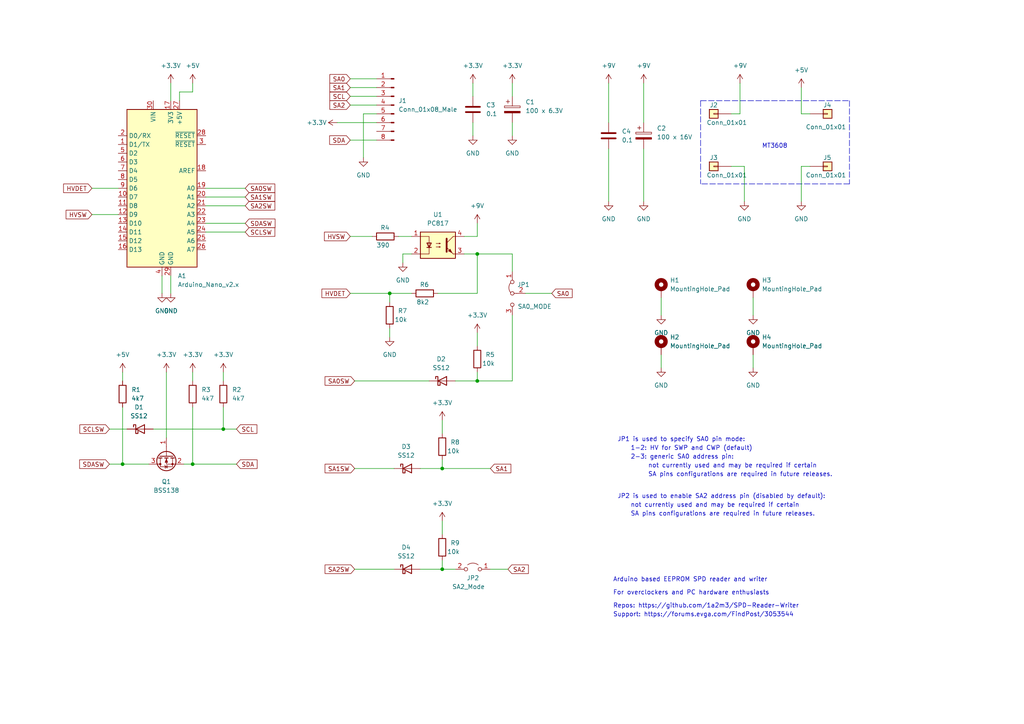
<source format=kicad_sch>
(kicad_sch (version 20211123) (generator eeschema)
  (paper "A4")
  (title_block (title "Arduino based EEPROM SPD reader and writer"))
  (lib_symbols
    (symbol "Conn_01x01_1" (pin_numbers hide) (pin_names (offset 1.016) hide)
      (property "Reference" "J" (at 0 2.54 0))
      (property "Value" "Conn_01x01_1" (at 0 -2.54 0))
      (symbol "Conn_01x01_1_1_1"
        (rectangle (start -1.27 0.127) (end 0 -0.127) (stroke (width 0.1524)))
        (rectangle (start -1.27 1.27) (end 1.27 -1.27) (stroke (width 0.254)) (fill (type background)))
        (pin passive line (at -5.08 0 0) (length 3.81) (name "Pin_1") (number "1"))
      )
    )
    (symbol "Conn_01x01_2" (pin_numbers hide) (pin_names (offset 1.016) hide)
      (property "Reference" "J" (at 0 2.54 0))
      (property "Value" "Conn_01x01_2" (at 0 -2.54 0))
      (symbol "Conn_01x01_2_1_1"
        (rectangle (start -1.27 0.127) (end 0 -0.127) (stroke (width 0.1524)))
        (rectangle (start -1.27 1.27) (end 1.27 -1.27) (stroke (width 0.254)) (fill (type background)))
        (pin passive line (at -5.08 0 0) (length 3.81) (name "Pin_1") (number "1"))
      )
    )
    (symbol "Conn_01x01_3" (pin_numbers hide) (pin_names (offset 1.016) hide)
      (property "Reference" "J" (at 0 2.54 0))
      (property "Value" "Conn_01x01_3" (at 0 -2.54 0))
      (symbol "Conn_01x01_3_1_1"
        (rectangle (start -1.27 0.127) (end 0 -0.127) (stroke (width 0.1524)))
        (rectangle (start -1.27 1.27) (end 1.27 -1.27) (stroke (width 0.254)) (fill (type background)))
        (pin passive line (at -5.08 0 0) (length 3.81) (name "Pin_1") (number "1"))
      )
    )
    (symbol "Connector:Conn_01x08_Male" (pin_names (offset 1.016) hide)
      (property "Reference" "J" (at 0 10.16 0))
      (property "Value" "Conn_01x08_Male" (at 0 -12.7 0))
      (symbol "Conn_01x08_Male_1_1"
        (polyline (pts (xy 1.27 -10.16) (xy 0.8636 -10.16)) (stroke (width 0.1524)))
        (polyline (pts (xy 1.27 -7.62) (xy 0.8636 -7.62)) (stroke (width 0.1524)))
        (polyline (pts (xy 1.27 -5.08) (xy 0.8636 -5.08)) (stroke (width 0.1524)))
        (polyline (pts (xy 1.27 -2.54) (xy 0.8636 -2.54)) (stroke (width 0.1524)))
        (polyline (pts (xy 1.27 0) (xy 0.8636 0)) (stroke (width 0.1524)))
        (polyline (pts (xy 1.27 2.54) (xy 0.8636 2.54)) (stroke (width 0.1524)))
        (polyline (pts (xy 1.27 5.08) (xy 0.8636 5.08)) (stroke (width 0.1524)))
        (polyline (pts (xy 1.27 7.62) (xy 0.8636 7.62)) (stroke (width 0.1524)))
        (rectangle (start 0.8636 -10.033) (end 0 -10.287) (stroke (width 0.1524)) (fill (type outline)))
        (rectangle (start 0.8636 -7.493) (end 0 -7.747) (stroke (width 0.1524)) (fill (type outline)))
        (rectangle (start 0.8636 -4.953) (end 0 -5.207) (stroke (width 0.1524)) (fill (type outline)))
        (rectangle (start 0.8636 -2.413) (end 0 -2.667) (stroke (width 0.1524)) (fill (type outline)))
        (rectangle (start 0.8636 0.127) (end 0 -0.127) (stroke (width 0.1524)) (fill (type outline)))
        (rectangle (start 0.8636 2.667) (end 0 2.413) (stroke (width 0.1524)) (fill (type outline)))
        (rectangle (start 0.8636 5.207) (end 0 4.953) (stroke (width 0.1524)) (fill (type outline)))
        (rectangle (start 0.8636 7.747) (end 0 7.493) (stroke (width 0.1524)) (fill (type outline)))
        (pin passive line (at 5.08 7.62 180) (length 3.81) (name "Pin_1") (number "1"))
        (pin passive line (at 5.08 5.08 180) (length 3.81) (name "Pin_2") (number "2"))
        (pin passive line (at 5.08 2.54 180) (length 3.81) (name "Pin_3") (number "3"))
        (pin passive line (at 5.08 0 180) (length 3.81) (name "Pin_4") (number "4"))
        (pin passive line (at 5.08 -2.54 180) (length 3.81) (name "Pin_5") (number "5"))
        (pin passive line (at 5.08 -5.08 180) (length 3.81) (name "Pin_6") (number "6"))
        (pin passive line (at 5.08 -7.62 180) (length 3.81) (name "Pin_7") (number "7"))
        (pin passive line (at 5.08 -10.16 180) (length 3.81) (name "Pin_8") (number "8"))
      )
    )
    (symbol "Connector_Generic:Conn_01x01" (pin_numbers hide) (pin_names (offset 1.016) hide)
      (property "Reference" "J" (at 0 2.54 0))
      (property "Value" "Conn_01x01" (at 0 -2.54 0))
      (symbol "Conn_01x01_1_1"
        (rectangle (start -1.27 0.127) (end 0 -0.127) (stroke (width 0.1524)))
        (rectangle (start -1.27 1.27) (end 1.27 -1.27) (stroke (width 0.254)) (fill (type background)))
        (pin passive line (at -5.08 0 0) (length 3.81) (name "Pin_1") (number "1"))
      )
    )
    (symbol "Device:C" (pin_numbers hide) (pin_names (offset 0.254))
      (property "Reference" "C" (at 0.635 2.54 0))
      (property "Value" "C" (at 0.635 -2.54 0))
      (symbol "C_0_1"
        (polyline (pts (xy -2.032 -0.762) (xy 2.032 -0.762)) (stroke (width 0.508)))
        (polyline (pts (xy -2.032 0.762) (xy 2.032 0.762)) (stroke (width 0.508)))
      )
      (symbol "C_1_1"
        (pin passive line (at 0 3.81 270) (length 2.794) (name "~") (number "1"))
        (pin passive line (at 0 -3.81 90) (length 2.794) (name "~") (number "2"))
      )
    )
    (symbol "Device:C_Polarized" (pin_numbers hide) (pin_names (offset 0.254))
      (property "Reference" "C" (at 0.635 2.54 0))
      (property "Value" "C_Polarized" (at 0.635 -2.54 0))
      (symbol "C_Polarized_0_1"
        (rectangle (start -2.286 0.508) (end 2.286 1.016))
        (polyline (pts (xy -1.778 2.286) (xy -0.762 2.286)))
        (polyline (pts (xy -1.27 2.794) (xy -1.27 1.778)))
        (rectangle (start 2.286 -0.508) (end -2.286 -1.016) (fill (type outline)))
      )
      (symbol "C_Polarized_1_1"
        (pin passive line (at 0 3.81 270) (length 2.794) (name "~") (number "1"))
        (pin passive line (at 0 -3.81 90) (length 2.794) (name "~") (number "2"))
      )
    )
    (symbol "Device:D_Schottky" (pin_numbers hide) (pin_names (offset 1.016) hide)
      (property "Reference" "D" (at 0 2.54 0))
      (property "Value" "D_Schottky" (at 0 -2.54 0))
      (symbol "D_Schottky_0_1"
        (polyline (pts (xy 1.27 0) (xy -1.27 0)))
        (polyline (pts (xy 1.27 1.27) (xy 1.27 -1.27) (xy -1.27 0) (xy 1.27 1.27)) (stroke (width 0.254)))
        (polyline (pts (xy -1.905 0.635) (xy -1.905 1.27) (xy -1.27 1.27) (xy -1.27 -1.27) (xy -0.635 -1.27) (xy -0.635 -0.635)) (stroke (width 0.254)))
      )
      (symbol "D_Schottky_1_1"
        (pin passive line (at -3.81 0 0) (length 2.54) (name "K") (number "1"))
        (pin passive line (at 3.81 0 180) (length 2.54) (name "A") (number "2"))
      )
    )
    (symbol "Device:R" (pin_numbers hide) (pin_names (offset 0))
      (property "Reference" "R" (at 2.032 0 90))
      (property "Value" "R" (at 0 0 90))
      (symbol "R_0_1"
        (rectangle (start -1.016 -2.54) (end 1.016 2.54) (stroke (width 0.254)))
      )
      (symbol "R_1_1"
        (pin passive line (at 0 3.81 270) (length 1.27) (name "~") (number "1"))
        (pin passive line (at 0 -3.81 90) (length 1.27) (name "~") (number "2"))
      )
    )
    (symbol "Isolator:PC817" (pin_names (offset 1.016))
      (property "Reference" "U" (at -5.08 5.08 0))
      (property "Value" "PC817" (at 0 5.08 0))
      (symbol "PC817_0_1"
        (rectangle (start -5.08 3.81) (end 5.08 -3.81) (stroke (width 0.254)) (fill (type background)))
        (polyline (pts (xy -3.175 -0.635) (xy -1.905 -0.635)) (stroke (width 0.254)))
        (polyline (pts (xy 2.54 0.635) (xy 4.445 2.54)))
        (polyline (pts (xy 4.445 -2.54) (xy 2.54 -0.635)) (fill (type outline)))
        (polyline (pts (xy 4.445 -2.54) (xy 5.08 -2.54)))
        (polyline (pts (xy 4.445 2.54) (xy 5.08 2.54)))
        (polyline (pts (xy -5.08 2.54) (xy -2.54 2.54) (xy -2.54 -0.635)))
        (polyline (pts (xy -2.54 -0.635) (xy -2.54 -2.54) (xy -5.08 -2.54)))
        (polyline (pts (xy 2.54 1.905) (xy 2.54 -1.905) (xy 2.54 -1.905)) (stroke (width 0.508)))
        (polyline (pts (xy -2.54 -0.635) (xy -3.175 0.635) (xy -1.905 0.635) (xy -2.54 -0.635)) (stroke (width 0.254)))
        (polyline (pts (xy -0.508 -0.508) (xy 0.762 -0.508) (xy 0.381 -0.635) (xy 0.381 -0.381) (xy 0.762 -0.508)))
        (polyline (pts (xy -0.508 0.508) (xy 0.762 0.508) (xy 0.381 0.381) (xy 0.381 0.635) (xy 0.762 0.508)))
        (polyline (pts (xy 3.048 -1.651) (xy 3.556 -1.143) (xy 4.064 -2.159) (xy 3.048 -1.651) (xy 3.048 -1.651)) (fill (type outline)))
      )
      (symbol "PC817_1_1"
        (pin passive line (at -7.62 2.54 0) (length 2.54) (name "~") (number "1"))
        (pin passive line (at -7.62 -2.54 0) (length 2.54) (name "~") (number "2"))
        (pin passive line (at 7.62 -2.54 180) (length 2.54) (name "~") (number "3"))
        (pin passive line (at 7.62 2.54 180) (length 2.54) (name "~") (number "4"))
      )
    )
    (symbol "Jumper:Jumper_2_Open" (pin_names (offset 0) hide)
      (property "Reference" "JP" (at 0 2.794 0))
      (property "Value" "Jumper_2_Open" (at 0 -2.286 0))
      (symbol "Jumper_2_Open_0_0"
        (circle (center -2.032 0) (radius 0.508))
        (circle (center 2.032 0) (radius 0.508))
      )
      (symbol "Jumper_2_Open_0_1"
        (arc (start 1.524 1.27) (mid 0 1.778) (end -1.524 1.27))
      )
      (symbol "Jumper_2_Open_1_1"
        (pin passive line (at -5.08 0 0) (length 2.54) (name "A") (number "1"))
        (pin passive line (at 5.08 0 180) (length 2.54) (name "B") (number "2"))
      )
    )
    (symbol "Jumper:Jumper_3_Bridged12" (pin_names (offset 0) hide)
      (property "Reference" "JP" (at -2.54 -2.54 0))
      (property "Value" "Jumper_3_Bridged12" (at 0 2.794 0))
      (symbol "Jumper_3_Bridged12_0_0"
        (circle (center -3.302 0) (radius 0.508))
        (circle (center 0 0) (radius 0.508))
        (circle (center 3.302 0) (radius 0.508))
      )
      (symbol "Jumper_3_Bridged12_0_1"
        (arc (start -0.254 0.508) (mid -1.651 0.9912) (end -3.048 0.508))
        (polyline (pts (xy 0 -1.27) (xy 0 -0.508)))
      )
      (symbol "Jumper_3_Bridged12_1_1"
        (pin passive line (at -6.35 0 0) (length 2.54) (name "A") (number "1"))
        (pin passive line (at 0 -3.81 90) (length 2.54) (name "C") (number "2"))
        (pin passive line (at 6.35 0 180) (length 2.54) (name "B") (number "3"))
      )
    )
    (symbol "MCU_Module:Arduino_Nano_v2.x"
      (property "Reference" "A" (at -10.16 23.495 0))
      (property "Value" "Arduino_Nano_v2.x" (at 5.08 -24.13 0))
      (symbol "Arduino_Nano_v2.x_0_1"
        (rectangle (start -10.16 22.86) (end 10.16 -22.86) (stroke (width 0.254)) (fill (type background)))
      )
      (symbol "Arduino_Nano_v2.x_1_1"
        (pin bidirectional line (at -12.7 12.7 0) (length 2.54) (name "D1/TX") (number "1"))
        (pin bidirectional line (at -12.7 -2.54 0) (length 2.54) (name "D7") (number "10"))
        (pin bidirectional line (at -12.7 -5.08 0) (length 2.54) (name "D8") (number "11"))
        (pin bidirectional line (at -12.7 -7.62 0) (length 2.54) (name "D9") (number "12"))
        (pin bidirectional line (at -12.7 -10.16 0) (length 2.54) (name "D10") (number "13"))
        (pin bidirectional line (at -12.7 -12.7 0) (length 2.54) (name "D11") (number "14"))
        (pin bidirectional line (at -12.7 -15.24 0) (length 2.54) (name "D12") (number "15"))
        (pin bidirectional line (at -12.7 -17.78 0) (length 2.54) (name "D13") (number "16"))
        (pin power_out line (at 2.54 25.4 270) (length 2.54) (name "3V3") (number "17"))
        (pin input line (at 12.7 5.08 180) (length 2.54) (name "AREF") (number "18"))
        (pin bidirectional line (at 12.7 0 180) (length 2.54) (name "A0") (number "19"))
        (pin bidirectional line (at -12.7 15.24 0) (length 2.54) (name "D0/RX") (number "2"))
        (pin bidirectional line (at 12.7 -2.54 180) (length 2.54) (name "A1") (number "20"))
        (pin bidirectional line (at 12.7 -5.08 180) (length 2.54) (name "A2") (number "21"))
        (pin bidirectional line (at 12.7 -7.62 180) (length 2.54) (name "A3") (number "22"))
        (pin bidirectional line (at 12.7 -10.16 180) (length 2.54) (name "A4") (number "23"))
        (pin bidirectional line (at 12.7 -12.7 180) (length 2.54) (name "A5") (number "24"))
        (pin bidirectional line (at 12.7 -15.24 180) (length 2.54) (name "A6") (number "25"))
        (pin bidirectional line (at 12.7 -17.78 180) (length 2.54) (name "A7") (number "26"))
        (pin power_out line (at 5.08 25.4 270) (length 2.54) (name "+5V") (number "27"))
        (pin input line (at 12.7 15.24 180) (length 2.54) (name "~{RESET}") (number "28"))
        (pin power_in line (at 2.54 -25.4 90) (length 2.54) (name "GND") (number "29"))
        (pin input line (at 12.7 12.7 180) (length 2.54) (name "~{RESET}") (number "3"))
        (pin power_in line (at -2.54 25.4 270) (length 2.54) (name "VIN") (number "30"))
        (pin power_in line (at 0 -25.4 90) (length 2.54) (name "GND") (number "4"))
        (pin bidirectional line (at -12.7 10.16 0) (length 2.54) (name "D2") (number "5"))
        (pin bidirectional line (at -12.7 7.62 0) (length 2.54) (name "D3") (number "6"))
        (pin bidirectional line (at -12.7 5.08 0) (length 2.54) (name "D4") (number "7"))
        (pin bidirectional line (at -12.7 2.54 0) (length 2.54) (name "D5") (number "8"))
        (pin bidirectional line (at -12.7 0 0) (length 2.54) (name "D6") (number "9"))
      )
    )
    (symbol "Mechanical:MountingHole_Pad" (pin_numbers hide) (pin_names (offset 1.016) hide)
      (property "Reference" "H" (at 0 6.35 0))
      (property "Value" "MountingHole_Pad" (at 0 4.445 0))
      (symbol "MountingHole_Pad_0_1"
        (circle (center 0 1.27) (radius 1.27) (stroke (width 1.27)))
      )
      (symbol "MountingHole_Pad_1_1"
        (pin input line (at 0 -2.54 90) (length 2.54) (name "1") (number "1"))
      )
    )
    (symbol "Transistor_FET:BSS138" (pin_names hide)
      (property "Reference" "Q" (at 5.08 1.905 0))
      (property "Value" "BSS138" (at 5.08 0 0))
      (symbol "BSS138_0_1"
        (polyline (pts (xy 0.254 0) (xy -2.54 0)))
        (polyline (pts (xy 0.254 1.905) (xy 0.254 -1.905)) (stroke (width 0.254)))
        (polyline (pts (xy 0.762 -1.27) (xy 0.762 -2.286)) (stroke (width 0.254)))
        (polyline (pts (xy 0.762 0.508) (xy 0.762 -0.508)) (stroke (width 0.254)))
        (polyline (pts (xy 0.762 2.286) (xy 0.762 1.27)) (stroke (width 0.254)))
        (polyline (pts (xy 2.54 2.54) (xy 2.54 1.778)))
        (polyline (pts (xy 2.54 -2.54) (xy 2.54 0) (xy 0.762 0)))
        (polyline (pts (xy 0.762 -1.778) (xy 3.302 -1.778) (xy 3.302 1.778) (xy 0.762 1.778)))
        (polyline (pts (xy 1.016 0) (xy 2.032 0.381) (xy 2.032 -0.381) (xy 1.016 0)) (fill (type outline)))
        (polyline (pts (xy 2.794 0.508) (xy 2.921 0.381) (xy 3.683 0.381) (xy 3.81 0.254)))
        (polyline (pts (xy 3.302 0.381) (xy 2.921 -0.254) (xy 3.683 -0.254) (xy 3.302 0.381)))
        (circle (center 1.651 0) (radius 2.794) (stroke (width 0.254)))
        (circle (center 2.54 -1.778) (radius 0.254) (fill (type outline)))
        (circle (center 2.54 1.778) (radius 0.254) (fill (type outline)))
      )
      (symbol "BSS138_1_1"
        (pin input line (at -5.08 0 0) (length 2.54) (name "G") (number "1"))
        (pin passive line (at 2.54 -5.08 90) (length 2.54) (name "S") (number "2"))
        (pin passive line (at 2.54 5.08 270) (length 2.54) (name "D") (number "3"))
      )
    )
    (symbol "power:+3.3V" (power) (pin_names (offset 0))
      (property "Value" "+3.3V" (at 0 3.556 0))
      (symbol "+3.3V_0_1"
        (polyline (pts (xy -0.762 1.27) (xy 0 2.54)))
        (polyline (pts (xy 0 0) (xy 0 2.54)))
        (polyline (pts (xy 0 2.54) (xy 0.762 1.27)))
      )
      (symbol "+3.3V_1_1"
        (pin power_in line (at 0 0 90) (length 0) hide (name "+3.3V") (number "1"))
      )
    )
    (symbol "power:+5V" (power) (pin_names (offset 0))
      (property "Value" "+5V" (at 0 3.556 0))
      (symbol "+5V_0_1"
        (polyline (pts (xy -0.762 1.27) (xy 0 2.54)))
        (polyline (pts (xy 0 0) (xy 0 2.54)))
        (polyline (pts (xy 0 2.54) (xy 0.762 1.27)))
      )
      (symbol "+5V_1_1"
        (pin power_in line (at 0 0 90) (length 0) hide (name "+5V") (number "1"))
      )
    )
    (symbol "power:+9V" (power) (pin_names (offset 0))
      (property "Value" "+9V" (at 0 3.556 0))
      (symbol "+9V_0_1"
        (polyline (pts (xy -0.762 1.27) (xy 0 2.54)))
        (polyline (pts (xy 0 0) (xy 0 2.54)))
        (polyline (pts (xy 0 2.54) (xy 0.762 1.27)))
      )
      (symbol "+9V_1_1"
        (pin power_in line (at 0 0 90) (length 0) hide (name "+9V") (number "1"))
      )
    )
    (symbol "power:GND" (power) (pin_names (offset 0))
      (property "Value" "GND" (at 0 -3.81 0))
      (symbol "GND_0_1"
        (polyline (pts (xy 0 0) (xy 0 -1.27) (xy 1.27 -1.27) (xy 0 -2.54) (xy -1.27 -1.27) (xy 0 -1.27)))
      )
      (symbol "GND_1_1"
        (pin power_in line (at 0 0 270) (length 0) hide (name "GND") (number "1"))
      )
    )
  )
  (junction (at 64.77 124.46))
  (junction (at 138.43 110.49))
  (junction (at 55.88 134.62))
  (junction (at 128.27 165.1))
  (junction (at 128.27 135.89))
  (junction (at 138.43 73.66))
  (junction (at 113.03 85.09))
  (junction (at 35.56 134.62))
  (wire (pts (xy 191.77 102.87) (xy 191.77 106.68)))
  (wire (pts (xy 59.69 67.31) (xy 71.12 67.31)))
  (wire (pts (xy 59.69 64.77) (xy 71.12 64.77)))
  (wire (pts (xy 52.07 26.67) (xy 52.07 29.21)))
  (wire (pts (xy 109.22 33.02) (xy 105.41 33.02)))
  (wire (pts (xy 128.27 135.89) (xy 128.27 133.35)))
  (wire (pts (xy 127 85.09) (xy 138.43 85.09)))
  (wire (pts (xy 113.03 85.09) (xy 101.6 85.09)))
  (wire (pts (xy 55.88 118.11) (xy 55.88 134.62)))
  (wire (pts (xy 142.24 165.1) (xy 147.32 165.1)))
  (wire (pts (xy 121.92 165.1) (xy 128.27 165.1)))
  (wire (pts (xy 128.27 151.13) (xy 128.27 154.94)))
  (wire (pts (xy 152.4 85.09) (xy 160.02 85.09)))
  (wire (pts (xy 101.6 25.4) (xy 109.22 25.4)))
  (wire (pts (xy 148.59 110.49) (xy 138.43 110.49)))
  (wire (pts (xy 176.53 43.18) (xy 176.53 58.42)))
  (wire (pts (xy 191.77 86.36) (xy 191.77 91.44)))
  (wire (pts (xy 44.45 124.46) (xy 64.77 124.46)))
  (wire (pts (xy 101.6 68.58) (xy 107.95 68.58)))
  (wire (pts (xy 132.08 110.49) (xy 138.43 110.49)))
  (wire (pts (xy 119.38 73.66) (xy 116.84 73.66)))
  (wire (pts (xy 148.59 24.13) (xy 148.59 27.94)))
  (wire (pts (xy 234.95 33.02) (xy 232.41 33.02)))
  (wire (pts (xy 101.6 40.64) (xy 109.22 40.64)))
  (wire (pts (xy 212.09 48.26) (xy 215.9 48.26)))
  (wire (pts (xy 138.43 110.49) (xy 138.43 107.95)))
  (wire (pts (xy 97.79 35.56) (xy 109.22 35.56)))
  (wire (pts (xy 102.87 110.49) (xy 124.46 110.49)))
  (wire (pts (xy 215.9 48.26) (xy 215.9 58.42)))
  (wire (pts (xy 232.41 48.26) (xy 232.41 58.42)))
  (wire (pts (xy 102.87 135.89) (xy 114.3 135.89)))
  (wire (pts (xy 26.67 62.23) (xy 34.29 62.23)))
  (wire (pts (xy 148.59 91.44) (xy 148.59 110.49)))
  (wire (pts (xy 214.63 33.02) (xy 214.63 24.13)))
  (wire (pts (xy 59.69 57.15) (xy 71.12 57.15)))
  (wire (pts (xy 31.75 124.46) (xy 36.83 124.46)))
  (wire (pts (xy 134.62 73.66) (xy 138.43 73.66)))
  (wire (pts (xy 102.87 165.1) (xy 114.3 165.1)))
  (polyline (pts (xy 246.38 29.21) (xy 246.38 53.34)))
  (wire (pts (xy 137.16 24.13) (xy 137.16 27.94)))
  (wire (pts (xy 212.09 33.02) (xy 214.63 33.02)))
  (polyline (pts (xy 203.2 29.21) (xy 203.2 53.34)))
  (wire (pts (xy 232.41 33.02) (xy 232.41 25.4)))
  (wire (pts (xy 55.88 134.62) (xy 68.58 134.62)))
  (wire (pts (xy 35.56 134.62) (xy 43.18 134.62)))
  (polyline (pts (xy 246.38 53.34) (xy 203.2 53.34)))
  (wire (pts (xy 101.6 27.94) (xy 109.22 27.94)))
  (wire (pts (xy 218.44 86.36) (xy 218.44 91.44)))
  (wire (pts (xy 128.27 165.1) (xy 128.27 162.56)))
  (wire (pts (xy 138.43 85.09) (xy 138.43 73.66)))
  (wire (pts (xy 128.27 121.92) (xy 128.27 125.73)))
  (wire (pts (xy 35.56 107.95) (xy 35.56 110.49)))
  (wire (pts (xy 113.03 85.09) (xy 113.03 87.63)))
  (wire (pts (xy 138.43 68.58) (xy 134.62 68.58)))
  (wire (pts (xy 234.95 48.26) (xy 232.41 48.26)))
  (wire (pts (xy 148.59 73.66) (xy 148.59 78.74)))
  (wire (pts (xy 35.56 118.11) (xy 35.56 134.62)))
  (wire (pts (xy 59.69 54.61) (xy 71.12 54.61)))
  (wire (pts (xy 49.53 80.01) (xy 49.53 85.09)))
  (wire (pts (xy 31.75 134.62) (xy 35.56 134.62)))
  (wire (pts (xy 64.77 118.11) (xy 64.77 124.46)))
  (wire (pts (xy 116.84 73.66) (xy 116.84 76.2)))
  (wire (pts (xy 186.69 24.13) (xy 186.69 35.56)))
  (wire (pts (xy 64.77 107.95) (xy 64.77 110.49)))
  (wire (pts (xy 49.53 24.13) (xy 49.53 29.21)))
  (wire (pts (xy 186.69 43.18) (xy 186.69 58.42)))
  (wire (pts (xy 48.26 107.95) (xy 48.26 127)))
  (wire (pts (xy 46.99 80.01) (xy 46.99 85.09)))
  (wire (pts (xy 128.27 165.1) (xy 132.08 165.1)))
  (wire (pts (xy 64.77 124.46) (xy 68.58 124.46)))
  (wire (pts (xy 105.41 33.02) (xy 105.41 45.72)))
  (wire (pts (xy 101.6 22.86) (xy 109.22 22.86)))
  (wire (pts (xy 128.27 135.89) (xy 142.24 135.89)))
  (wire (pts (xy 55.88 24.13) (xy 55.88 26.67)))
  (wire (pts (xy 59.69 59.69) (xy 71.12 59.69)))
  (wire (pts (xy 55.88 26.67) (xy 52.07 26.67)))
  (wire (pts (xy 53.34 134.62) (xy 55.88 134.62)))
  (wire (pts (xy 218.44 102.87) (xy 218.44 106.68)))
  (wire (pts (xy 137.16 35.56) (xy 137.16 39.37)))
  (wire (pts (xy 176.53 24.13) (xy 176.53 35.56)))
  (wire (pts (xy 138.43 73.66) (xy 148.59 73.66)))
  (wire (pts (xy 115.57 68.58) (xy 119.38 68.58)))
  (wire (pts (xy 148.59 35.56) (xy 148.59 39.37)))
  (polyline (pts (xy 203.2 29.21) (xy 246.38 29.21)))
  (wire (pts (xy 26.67 54.61) (xy 34.29 54.61)))
  (wire (pts (xy 138.43 96.52) (xy 138.43 100.33)))
  (wire (pts (xy 55.88 107.95) (xy 55.88 110.49)))
  (wire (pts (xy 121.92 135.89) (xy 128.27 135.89)))
  (wire (pts (xy 101.6 30.48) (xy 109.22 30.48)))
  (wire (pts (xy 138.43 64.77) (xy 138.43 68.58)))
  (wire (pts (xy 113.03 85.09) (xy 119.38 85.09)))
  (wire (pts (xy 113.03 95.25) (xy 113.03 97.79)))
  (text "JP2 is used to enable SA2 address pin (disabled by default):" (at 179.07 144.78 0) (effects (font (size 1.27 1.27)) (justify left bottom)))
  (text "MT3608" (at 220.98 43.18 0) (effects (font (size 1.27 1.27)) (justify left bottom)))
  (text "not currently used and may be required if certain" (at 182.88 147.32 0) (effects (font (size 1.27 1.27)) (justify left bottom)))
  (text "SA pins configurations are required in future releases." (at 182.88 149.86 0) (effects (font (size 1.27 1.27)) (justify left bottom)))
  (text "1-2: HV for SWP and CWP (default)" (at 182.88 130.81 0) (effects (font (size 1.27 1.27)) (justify left bottom)))
  (text "Arduino based EEPROM SPD reader and writer" (at 177.8 168.91 0) (effects (font (size 1.27 1.27)) (justify left bottom)))
  (text "SA pins configurations are required in future releases." (at 187.96 138.43 0) (effects (font (size 1.27 1.27)) (justify left bottom)))
  (text "not currently used and may be required if certain" (at 187.96 135.89 0) (effects (font (size 1.27 1.27)) (justify left bottom)))
  (text "2-3: generic SA0 address pin:" (at 182.88 133.35 0) (effects (font (size 1.27 1.27)) (justify left bottom)))
  (text "Repos: https://github.com/1a2m3/SPD-Reader-Writer" (at 177.8 176.53 0) (effects (font (size 1.27 1.27)) (justify left bottom)))
  (text "Support: https://forums.evga.com/FindPost/3053544" (at 177.8 179.07 0) (effects (font (size 1.27 1.27)) (justify left bottom)))
  (text "For overclockers and PC hardware enthusiasts" (at 177.8 172.72 0) (effects (font (size 1.27 1.27)) (justify left bottom)))
  (text "JP1 is used to specify SA0 pin mode:" (at 179.07 128.27 0) (effects (font (size 1.27 1.27)) (justify left bottom)))
  (global_label "SA0" (shape input) (at 160.02 85.09 0) (property "Обозначения листов" "${INTERSHEET_REFS}" (effects hide)))
  (global_label "SCLSW" (shape input) (at 71.12 67.31 0) (property "Обозначения листов" "${INTERSHEET_REFS}" (effects hide)))
  (global_label "SA0SW" (shape input) (at 102.87 110.49 180) (property "Обозначения листов" "${INTERSHEET_REFS}" (effects hide)))
  (global_label "SA2SW" (shape input) (at 71.12 59.69 0) (property "Обозначения листов" "${INTERSHEET_REFS}" (effects hide)))
  (global_label "HVSW" (shape input) (at 26.67 62.23 180) (property "Обозначения листов" "${INTERSHEET_REFS}" (effects hide)))
  (global_label "SDASW" (shape input) (at 71.12 64.77 0) (property "Обозначения листов" "${INTERSHEET_REFS}" (effects hide)))
  (global_label "SCLSW" (shape input) (at 31.75 124.46 180) (property "Обозначения листов" "${INTERSHEET_REFS}" (effects hide)))
  (global_label "SA2" (shape input) (at 101.6 30.48 180) (property "Обозначения листов" "${INTERSHEET_REFS}" (effects hide)))
  (global_label "SA0SW" (shape input) (at 71.12 54.61 0) (property "Обозначения листов" "${INTERSHEET_REFS}" (effects hide)))
  (global_label "SA0" (shape input) (at 101.6 22.86 180) (property "Обозначения листов" "${INTERSHEET_REFS}" (effects hide)))
  (global_label "SCL" (shape input) (at 101.6 27.94 180) (property "Обозначения листов" "${INTERSHEET_REFS}" (effects hide)))
  (global_label "SDA" (shape input) (at 68.58 134.62 0) (property "Обозначения листов" "${INTERSHEET_REFS}" (effects hide)))
  (global_label "SA2" (shape input) (at 147.32 165.1 0) (property "Обозначения листов" "${INTERSHEET_REFS}" (effects hide)))
  (global_label "SA1" (shape input) (at 142.24 135.89 0) (property "Обозначения листов" "${INTERSHEET_REFS}" (effects hide)))
  (global_label "HVDET" (shape input) (at 26.67 54.61 180) (property "Обозначения листов" "${INTERSHEET_REFS}" (effects hide)))
  (global_label "SA1" (shape input) (at 101.6 25.4 180) (property "Обозначения листов" "${INTERSHEET_REFS}" (effects hide)))
  (global_label "SCL" (shape input) (at 68.58 124.46 0) (property "Обозначения листов" "${INTERSHEET_REFS}" (effects hide)))
  (global_label "SA1SW" (shape input) (at 71.12 57.15 0) (property "Обозначения листов" "${INTERSHEET_REFS}" (effects hide)))
  (global_label "HVDET" (shape input) (at 101.6 85.09 180) (property "Обозначения листов" "${INTERSHEET_REFS}" (effects hide)))
  (global_label "SDA" (shape input) (at 101.6 40.64 180) (property "Обозначения листов" "${INTERSHEET_REFS}" (effects hide)))
  (global_label "HVSW" (shape input) (at 101.6 68.58 180) (property "Обозначения листов" "${INTERSHEET_REFS}" (effects hide)))
  (global_label "SA2SW" (shape input) (at 102.87 165.1 180) (property "Обозначения листов" "${INTERSHEET_REFS}" (effects hide)))
  (global_label "SA1SW" (shape input) (at 102.87 135.89 180) (property "Обозначения листов" "${INTERSHEET_REFS}" (effects hide)))
  (global_label "SDASW" (shape input) (at 31.75 134.62 180) (property "Обозначения листов" "${INTERSHEET_REFS}" (effects hide)))
  (symbol (lib_id "power:GND") (at 113.03 97.79 0) (unit 1)
    (property "Reference" "#PWR02" (effects hide))
    (property "Value" "GND" (at 113.03 102.87 0))
  )
  (symbol (lib_id "power:+5V") (at 55.88 24.13 0) (unit 1)
    (property "Reference" "#PWR0104" (effects hide))
    (property "Value" "+5V" (at 55.88 19.05 0))
  )
  (symbol (lib_id "power:GND") (at 105.41 45.72 0) (unit 1)
    (property "Reference" "#PWR0101" (effects hide))
    (property "Value" "GND" (at 105.41 50.8 0))
  )
  (symbol (lib_id "Device:R") (at 35.56 114.3 0) (unit 1)
    (property "Reference" "R1" (at 38.1 113.0299 0) (effects (justify left)))
    (property "Value" "4k7" (at 38.1 115.5699 0) (effects (justify left)))
    (property "Footprint" "Resistor_SMD:R_0805_2012Metric" (effects hide))
  )
  (symbol (lib_id "power:+3.3V") (at 48.26 107.95 0) (unit 1)
    (property "Reference" "#PWR0108" (effects hide))
    (property "Value" "+3.3V" (at 48.26 102.87 0))
  )
  (symbol (lib_id "power:GND") (at 116.84 76.2 0) (unit 1)
    (property "Reference" "#PWR03" (effects hide))
    (property "Value" "GND" (at 116.84 81.28 0))
  )
  (symbol (lib_id "power:+3.3V") (at 64.77 107.95 0) (unit 1)
    (property "Reference" "#PWR0107" (effects hide))
    (property "Value" "+3.3V" (at 64.77 102.87 0))
  )
  (symbol (lib_id "power:+9V") (at 138.43 64.77 0) (unit 1)
    (property "Reference" "#PWR04" (effects hide))
    (property "Value" "+9V" (at 138.43 59.69 0))
  )
  (symbol (lib_id "Mechanical:MountingHole_Pad") (at 218.44 100.33 0) (unit 1) (in_bom no)
    (property "Reference" "H4" (at 220.98 97.7899 0) (effects (justify left)))
    (property "Value" "MountingHole_Pad" (at 220.98 100.3299 0) (effects (justify left)))
    (property "Footprint" "MountingHole:MountingHole_3.2mm_M3_Pad_Via" (effects hide))
  )
  (symbol (lib_id "MCU_Module:Arduino_Nano_v2.x") (at 46.99 54.61 0) (unit 1)
    (property "Reference" "A1" (at 51.5494 80.01 0) (effects (justify left)))
    (property "Value" "Arduino_Nano_v2.x" (at 51.5494 82.55 0) (effects (justify left)))
    (property "Footprint" "Module:Arduino_Nano" (effects hide))
    (property "Datasheet" "https://www.arduino.cc/en/uploads/Main/ArduinoNanoManual23.pdf" (effects hide))
  )
  (symbol (lib_name "Conn_01x01_1") (lib_id "Connector_Generic:Conn_01x01") (at 207.01 33.02 0) (mirror y) (unit 1) (in_bom no)
    (property "Reference" "J2" (at 207.01 30.48 0))
    (property "Value" "Conn_01x01" (at 210.82 35.56 0))
    (property "Footprint" "Connector_Pin:Pin_D1.0mm_L10.0mm_LooseFit" (effects hide))
  )
  (symbol (lib_id "Mechanical:MountingHole_Pad") (at 191.77 100.33 0) (unit 1) (in_bom no)
    (property "Reference" "H2" (at 194.31 97.7899 0) (effects (justify left)))
    (property "Value" "MountingHole_Pad" (at 194.31 100.3299 0) (effects (justify left)))
    (property "Footprint" "MountingHole:MountingHole_3.2mm_M3_Pad_Via" (effects hide))
  )
  (symbol (lib_id "power:GND") (at 218.44 106.68 0) (unit 1)
    (property "Reference" "#PWR0122" (effects hide))
    (property "Value" "GND" (at 218.44 111.76 0))
  )
  (symbol (lib_id "Device:D_Schottky") (at 128.27 110.49 0) (unit 1)
    (property "Reference" "D2" (at 127.9525 104.14 0))
    (property "Value" "SS12" (at 127.9525 106.68 0))
    (property "Footprint" "Diode_SMD:D_SMA" (effects hide))
  )
  (symbol (lib_id "Device:D_Schottky") (at 40.64 124.46 0) (unit 1)
    (property "Reference" "D1" (at 40.3225 118.11 0))
    (property "Value" "SS12" (at 40.3225 120.65 0))
    (property "Footprint" "Diode_SMD:D_SMA" (effects hide))
  )
  (symbol (lib_id "power:+3.3V") (at 97.79 35.56 90) (unit 1)
    (property "Reference" "#PWR0106" (effects hide))
    (property "Value" "+3.3V" (at 88.9 35.56 90) (effects (justify right)))
  )
  (symbol (lib_id "Mechanical:MountingHole_Pad") (at 191.77 83.82 0) (unit 1) (in_bom no)
    (property "Reference" "H1" (at 194.31 81.2799 0) (effects (justify left)))
    (property "Value" "MountingHole_Pad" (at 194.31 83.8199 0) (effects (justify left)))
    (property "Footprint" "MountingHole:MountingHole_3.2mm_M3_Pad_Via" (effects hide))
  )
  (symbol (lib_id "power:GND") (at 186.69 58.42 0) (unit 1)
    (property "Reference" "#PWR0119" (effects hide))
    (property "Value" "GND" (at 186.69 63.5 0))
  )
  (symbol (lib_id "Device:R") (at 113.03 91.44 180) (unit 1)
    (property "Reference" "R7" (at 118.11 90.17 0) (effects (justify left)))
    (property "Value" "10k" (at 118.11 92.71 0) (effects (justify left)))
    (property "Footprint" "Resistor_SMD:R_0805_2012Metric" (effects hide))
  )
  (symbol (lib_id "power:+3.3V") (at 128.27 121.92 0) (unit 1)
    (property "Reference" "#PWR0102" (effects hide))
    (property "Value" "+3.3V" (at 128.27 116.84 0))
  )
  (symbol (lib_id "Device:R") (at 138.43 104.14 180) (unit 1)
    (property "Reference" "R5" (at 143.51 102.87 0) (effects (justify left)))
    (property "Value" "10k" (at 143.51 105.41 0) (effects (justify left)))
    (property "Footprint" "Resistor_SMD:R_0805_2012Metric" (effects hide))
  )
  (symbol (lib_id "Device:R") (at 128.27 158.75 180) (unit 1)
    (property "Reference" "R9" (at 133.35 157.48 0) (effects (justify left)))
    (property "Value" "10k" (at 133.35 160.02 0) (effects (justify left)))
    (property "Footprint" "Resistor_SMD:R_0805_2012Metric" (effects hide))
  )
  (symbol (lib_id "power:+9V") (at 186.69 24.13 0) (unit 1)
    (property "Reference" "#PWR0118" (effects hide))
    (property "Value" "+9V" (at 186.69 19.05 0))
  )
  (symbol (lib_name "Conn_01x01_2") (lib_id "Connector_Generic:Conn_01x01") (at 240.03 33.02 0) (unit 1) (in_bom no)
    (property "Reference" "J4" (at 238.76 30.48 0) (effects (justify left)))
    (property "Value" "Conn_01x01" (at 233.68 36.83 0) (effects (justify left)))
    (property "Footprint" "Connector_Pin:Pin_D1.0mm_L10.0mm_LooseFit" (effects hide))
  )
  (symbol (lib_id "Device:C_Polarized") (at 148.59 31.75 0) (unit 1)
    (property "Reference" "C1" (at 152.4 29.5909 0) (effects (justify left)))
    (property "Value" "100 x 6.3V" (at 152.4 32.1309 0) (effects (justify left)))
    (property "Footprint" "Capacitor_THT:CP_Radial_D5.0mm_P2.00mm" (effects hide))
  )
  (symbol (lib_id "Isolator:PC817") (at 127 71.12 0) (unit 1)
    (property "Reference" "U1" (at 127 62.23 0))
    (property "Value" "PC817" (at 127 64.77 0))
    (property "Footprint" "Package_DIP:DIP-4_W7.62mm" (effects hide))
    (property "Datasheet" "http://www.soselectronic.cz/a_info/resource/d/pc817.pdf" (effects hide))
  )
  (symbol (lib_id "Device:R") (at 123.19 85.09 90) (unit 1)
    (property "Reference" "R6" (at 124.46 82.55 90) (effects (justify left)))
    (property "Value" "8k2" (at 124.46 87.63 90) (effects (justify left)))
    (property "Footprint" "Resistor_SMD:R_0805_2012Metric" (effects hide))
  )
  (symbol (lib_id "power:GND") (at 46.99 85.09 0) (unit 1)
    (property "Reference" "#PWR0105" (effects hide))
    (property "Value" "GND" (at 46.99 90.17 0))
  )
  (symbol (lib_id "Device:R") (at 64.77 114.3 0) (unit 1)
    (property "Reference" "R2" (at 67.31 113.0299 0) (effects (justify left)))
    (property "Value" "4k7" (at 67.31 115.5699 0) (effects (justify left)))
    (property "Footprint" "Resistor_SMD:R_0805_2012Metric" (effects hide))
  )
  (symbol (lib_id "Transistor_FET:BSS138") (at 48.26 132.08 90) (mirror x) (unit 1)
    (property "Reference" "Q1" (at 48.26 139.7 90))
    (property "Value" "BSS138" (at 48.26 142.24 90))
    (property "Footprint" "Package_TO_SOT_SMD:SOT-23" (effects hide))
    (property "Datasheet" "https://www.onsemi.com/pub/Collateral/BSS138-D.PDF" (effects hide))
  )
  (symbol (lib_id "Device:R") (at 55.88 114.3 0) (unit 1)
    (property "Reference" "R3" (at 58.42 113.0299 0) (effects (justify left)))
    (property "Value" "4k7" (at 58.42 115.5699 0) (effects (justify left)))
    (property "Footprint" "Resistor_SMD:R_0805_2012Metric" (effects hide))
  )
  (symbol (lib_id "Jumper:Jumper_3_Bridged12") (at 148.59 85.09 90) (mirror x) (unit 1)
    (property "Reference" "JP1" (at 153.67 82.55 90) (effects (justify left)))
    (property "Value" "SA0_MODE" (at 160.02 88.9 90) (effects (justify left)))
    (property "Footprint" "Connector_PinHeader_2.54mm:PinHeader_1x03_P2.54mm_Vertical" (effects hide))
  )
  (symbol (lib_id "power:+9V") (at 214.63 24.13 0) (unit 1)
    (property "Reference" "#PWR0112" (effects hide))
    (property "Value" "+9V" (at 214.63 19.05 0))
  )
  (symbol (lib_id "power:GND") (at 49.53 85.09 0) (unit 1)
    (property "Reference" "#PWR0114" (effects hide))
    (property "Value" "GND" (at 49.53 90.17 0))
  )
  (symbol (lib_id "power:+3.3V") (at 148.59 24.13 0) (unit 1)
    (property "Reference" "#PWR0111" (effects hide))
    (property "Value" "+3.3V" (at 148.59 19.05 0))
  )
  (symbol (lib_id "Device:R") (at 128.27 129.54 180) (unit 1)
    (property "Reference" "R8" (at 133.35 128.27 0) (effects (justify left)))
    (property "Value" "10k" (at 133.35 130.81 0) (effects (justify left)))
    (property "Footprint" "Resistor_SMD:R_0805_2012Metric" (effects hide))
  )
  (symbol (lib_id "Connector:Conn_01x08_Male") (at 114.3 30.48 0) (mirror y) (unit 1)
    (property "Reference" "J1" (at 115.57 29.2099 0) (effects (justify right)))
    (property "Value" "Conn_01x08_Male" (at 115.57 31.7499 0) (effects (justify right)))
    (property "Footprint" "Connector_PinHeader_2.54mm:PinHeader_1x08_P2.54mm_Vertical" (effects hide))
  )
  (symbol (lib_id "Device:C") (at 137.16 31.75 0) (unit 1)
    (property "Reference" "C3" (at 140.97 30.48 0) (effects (justify left)))
    (property "Value" "0.1" (at 140.97 33.0199 0) (effects (justify left)))
    (property "Footprint" "Capacitor_SMD:C_0805_2012Metric" (effects hide))
  )
  (symbol (lib_id "Device:R") (at 111.76 68.58 90) (unit 1)
    (property "Reference" "R4" (at 113.03 66.04 90) (effects (justify left)))
    (property "Value" "390" (at 113.03 71.12 90) (effects (justify left)))
    (property "Footprint" "Resistor_SMD:R_0805_2012Metric" (effects hide))
  )
  (symbol (lib_id "power:+9V") (at 176.53 24.13 0) (unit 1)
    (property "Reference" "#PWR0121" (effects hide))
    (property "Value" "+9V" (at 176.53 19.05 0))
  )
  (symbol (lib_id "power:GND") (at 148.59 39.37 0) (unit 1)
    (property "Reference" "#PWR0110" (effects hide))
    (property "Value" "GND" (at 148.59 44.45 0))
  )
  (symbol (lib_id "power:+3.3V") (at 55.88 107.95 0) (unit 1)
    (property "Reference" "#PWR0109" (effects hide))
    (property "Value" "+3.3V" (at 55.88 102.87 0))
  )
  (symbol (lib_id "power:+3.3V") (at 49.53 24.13 0) (unit 1)
    (property "Reference" "#PWR0103" (effects hide))
    (property "Value" "+3.3V" (at 49.53 19.05 0))
  )
  (symbol (lib_id "Device:C_Polarized") (at 186.69 39.37 0) (unit 1)
    (property "Reference" "C2" (at 190.5 37.2109 0) (effects (justify left)))
    (property "Value" "100 x 16V" (at 190.5 39.7509 0) (effects (justify left)))
    (property "Footprint" "Capacitor_THT:CP_Radial_D5.0mm_P2.00mm" (effects hide))
  )
  (symbol (lib_id "power:+5V") (at 35.56 107.95 0) (unit 1)
    (property "Reference" "#PWR01" (effects hide))
    (property "Value" "+5V" (at 35.56 102.87 0))
  )
  (symbol (lib_id "power:GND") (at 191.77 91.44 0) (unit 1)
    (property "Reference" "#PWR0124" (effects hide))
    (property "Value" "GND" (at 191.77 96.52 0))
  )
  (symbol (lib_id "power:GND") (at 191.77 106.68 0) (unit 1)
    (property "Reference" "#PWR0123" (effects hide))
    (property "Value" "GND" (at 191.77 111.76 0))
  )
  (symbol (lib_id "power:GND") (at 176.53 58.42 0) (unit 1)
    (property "Reference" "#PWR0120" (effects hide))
    (property "Value" "GND" (at 176.53 63.5 0))
  )
  (symbol (lib_id "power:GND") (at 137.16 39.37 0) (unit 1)
    (property "Reference" "#PWR07" (effects hide))
    (property "Value" "GND" (at 137.16 44.45 0))
  )
  (symbol (lib_id "power:+3.3V") (at 138.43 96.52 0) (unit 1)
    (property "Reference" "#PWR05" (effects hide))
    (property "Value" "+3.3V" (at 138.43 91.44 0))
  )
  (symbol (lib_id "Device:D_Schottky") (at 118.11 165.1 0) (unit 1)
    (property "Reference" "D4" (at 117.7925 158.75 0))
    (property "Value" "SS12" (at 117.7925 161.29 0))
    (property "Footprint" "Diode_SMD:D_SMA" (effects hide))
  )
  (symbol (lib_id "Device:C") (at 176.53 39.37 0) (unit 1)
    (property "Reference" "C4" (at 180.34 38.1 0) (effects (justify left)))
    (property "Value" "0.1" (at 180.34 40.6399 0) (effects (justify left)))
    (property "Footprint" "Capacitor_SMD:C_0805_2012Metric" (effects hide))
  )
  (symbol (lib_id "power:+3.3V") (at 137.16 24.13 0) (unit 1)
    (property "Reference" "#PWR06" (effects hide))
    (property "Value" "+3.3V" (at 137.16 19.05 0))
  )
  (symbol (lib_id "power:GND") (at 218.44 91.44 0) (unit 1)
    (property "Reference" "#PWR0125" (effects hide))
    (property "Value" "GND" (at 218.44 96.52 0))
  )
  (symbol (lib_id "Jumper:Jumper_2_Open") (at 137.16 165.1 0) (mirror y) (unit 1)
    (property "Reference" "JP2" (at 137.16 167.64 0))
    (property "Value" "SA2_Mode" (at 135.89 170.18 0))
    (property "Footprint" "Connector_PinHeader_2.54mm:PinHeader_1x02_P2.54mm_Vertical" (effects hide))
  )
  (symbol (lib_id "Connector_Generic:Conn_01x01") (at 207.01 48.26 0) (mirror y) (unit 1) (in_bom no)
    (property "Reference" "J3" (at 207.01 45.72 0))
    (property "Value" "Conn_01x01" (at 210.82 50.8 0))
    (property "Footprint" "Connector_Pin:Pin_D1.0mm_L10.0mm_LooseFit" (effects hide))
  )
  (symbol (lib_id "power:GND") (at 215.9 58.42 0) (unit 1)
    (property "Reference" "#PWR0115" (effects hide))
    (property "Value" "GND" (at 215.9 63.5 0))
  )
  (symbol (lib_id "Device:D_Schottky") (at 118.11 135.89 0) (unit 1)
    (property "Reference" "D3" (at 117.7925 129.54 0))
    (property "Value" "SS12" (at 117.7925 132.08 0))
    (property "Footprint" "Diode_SMD:D_SMA" (effects hide))
  )
  (symbol (lib_id "power:+3.3V") (at 128.27 151.13 0) (unit 1)
    (property "Reference" "#PWR0113" (effects hide))
    (property "Value" "+3.3V" (at 128.27 146.05 0))
  )
  (symbol (lib_id "Mechanical:MountingHole_Pad") (at 218.44 83.82 0) (unit 1) (in_bom no)
    (property "Reference" "H3" (at 220.98 81.2799 0) (effects (justify left)))
    (property "Value" "MountingHole_Pad" (at 220.98 83.8199 0) (effects (justify left)))
    (property "Footprint" "MountingHole:MountingHole_3.2mm_M3_Pad_Via" (effects hide))
  )
  (symbol (lib_id "power:+5V") (at 232.41 25.4 0) (unit 1)
    (property "Reference" "#PWR0117" (effects hide))
    (property "Value" "+5V" (at 232.41 20.32 0))
  )
  (symbol (lib_name "Conn_01x01_3") (lib_id "Connector_Generic:Conn_01x01") (at 240.03 48.26 0) (unit 1) (in_bom no)
    (property "Reference" "J5" (at 238.76 45.72 0) (effects (justify left)))
    (property "Value" "Conn_01x01" (at 233.68 50.8 0) (effects (justify left)))
    (property "Footprint" "Connector_Pin:Pin_D1.0mm_L10.0mm_LooseFit" (effects hide))
  )
  (symbol (lib_id "power:GND") (at 232.41 58.42 0) (unit 1)
    (property "Reference" "#PWR0116" (effects hide))
    (property "Value" "GND" (at 232.41 63.5 0))
  )
)
</source>
